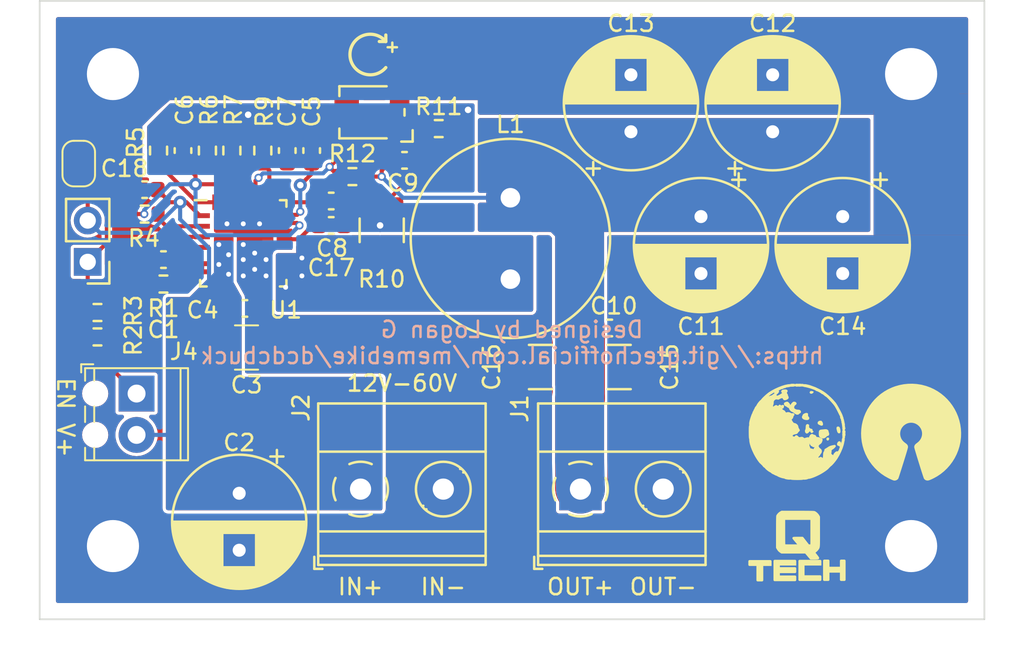
<source format=kicad_pcb>
(kicad_pcb (version 20211014) (generator pcbnew)

  (general
    (thickness 1.6)
  )

  (paper "A4")
  (layers
    (0 "F.Cu" signal)
    (31 "B.Cu" signal)
    (32 "B.Adhes" user "B.Adhesive")
    (33 "F.Adhes" user "F.Adhesive")
    (34 "B.Paste" user)
    (35 "F.Paste" user)
    (36 "B.SilkS" user "B.Silkscreen")
    (37 "F.SilkS" user "F.Silkscreen")
    (38 "B.Mask" user)
    (39 "F.Mask" user)
    (40 "Dwgs.User" user "User.Drawings")
    (41 "Cmts.User" user "User.Comments")
    (42 "Eco1.User" user "User.Eco1")
    (43 "Eco2.User" user "User.Eco2")
    (44 "Edge.Cuts" user)
    (45 "Margin" user)
    (46 "B.CrtYd" user "B.Courtyard")
    (47 "F.CrtYd" user "F.Courtyard")
    (48 "B.Fab" user)
    (49 "F.Fab" user)
    (50 "User.1" user)
    (51 "User.2" user)
    (52 "User.3" user)
    (53 "User.4" user)
    (54 "User.5" user)
    (55 "User.6" user)
    (56 "User.7" user)
    (57 "User.8" user)
    (58 "User.9" user)
  )

  (setup
    (stackup
      (layer "F.SilkS" (type "Top Silk Screen"))
      (layer "F.Paste" (type "Top Solder Paste"))
      (layer "F.Mask" (type "Top Solder Mask") (thickness 0.01))
      (layer "F.Cu" (type "copper") (thickness 0.035))
      (layer "dielectric 1" (type "core") (thickness 1.51) (material "FR4") (epsilon_r 4.5) (loss_tangent 0.02))
      (layer "B.Cu" (type "copper") (thickness 0.035))
      (layer "B.Mask" (type "Bottom Solder Mask") (thickness 0.01))
      (layer "B.Paste" (type "Bottom Solder Paste"))
      (layer "B.SilkS" (type "Bottom Silk Screen"))
      (copper_finish "None")
      (dielectric_constraints no)
    )
    (pad_to_mask_clearance 0)
    (pcbplotparams
      (layerselection 0x00010fc_ffffffff)
      (disableapertmacros false)
      (usegerberextensions false)
      (usegerberattributes true)
      (usegerberadvancedattributes true)
      (creategerberjobfile true)
      (svguseinch false)
      (svgprecision 6)
      (excludeedgelayer true)
      (plotframeref false)
      (viasonmask false)
      (mode 1)
      (useauxorigin false)
      (hpglpennumber 1)
      (hpglpenspeed 20)
      (hpglpendiameter 15.000000)
      (dxfpolygonmode true)
      (dxfimperialunits true)
      (dxfusepcbnewfont true)
      (psnegative false)
      (psa4output false)
      (plotreference true)
      (plotvalue true)
      (plotinvisibletext false)
      (sketchpadsonfab false)
      (subtractmaskfromsilk false)
      (outputformat 1)
      (mirror false)
      (drillshape 0)
      (scaleselection 1)
      (outputdirectory "outputs/gerber/")
    )
  )

  (net 0 "")
  (net 1 "Net-(C1-Pad2)")
  (net 2 "VCC")
  (net 3 "GND")
  (net 4 "Net-(C5-Pad2)")
  (net 5 "Net-(C6-Pad2)")
  (net 6 "Net-(C7-Pad1)")
  (net 7 "/VOUT/VSNS")
  (net 8 "Net-(C8-Pad2)")
  (net 9 "/VOUT/VOUT+")
  (net 10 "unconnected-(U1-Pad15)")
  (net 11 "Net-(C17-Pad2)")
  (net 12 "Net-(R1-Pad1)")
  (net 13 "Net-(C1-Pad1)")
  (net 14 "/VOUT/SW")
  (net 15 "Net-(R2-Pad1)")
  (net 16 "Net-(R4-Pad2)")
  (net 17 "Net-(R5-Pad2)")
  (net 18 "Net-(R6-Pad2)")
  (net 19 "Net-(R7-Pad2)")
  (net 20 "Net-(R9-Pad1)")
  (net 21 "Net-(R11-Pad2)")
  (net 22 "/VOUT/VFB")
  (net 23 "Net-(J3-Pad1)")

  (footprint "LOGO" (layer "F.Cu") (at 168.8 113.2264))

  (footprint "TerminalBlock_Phoenix:TerminalBlock_Phoenix_MPT-0,5-2-2.54_1x02_P2.54mm_Horizontal" (layer "F.Cu") (at 128.25 103.63 -90))

  (footprint "MountingHole:MountingHole_3.2mm_M3_Pad" (layer "F.Cu") (at 175.8 113))

  (footprint "LOGO" (layer "F.Cu") (at 168.8 106 180))

  (footprint "Resistor_SMD:R_0603_1608Metric" (layer "F.Cu") (at 134.1 88.7 -90))

  (footprint "Resistor_SMD:R_0603_1608Metric" (layer "F.Cu") (at 132.6 88.7 -90))

  (footprint "Capacitor_SMD:C_1210_3225Metric" (layer "F.Cu") (at 135 100.8))

  (footprint "Resistor_SMD:R_0603_1608Metric" (layer "F.Cu") (at 125.85 98.65 180))

  (footprint "TerminalBlock_Phoenix:TerminalBlock_Phoenix_MKDS-1,5-2-5.08_1x02_P5.08mm_Horizontal" (layer "F.Cu") (at 155.5 109.5))

  (footprint "SiC46x:Vishay_PowerPAK_MLP55-27L_R" (layer "F.Cu") (at 134.8 94.4))

  (footprint "TerminalBlock_Phoenix:TerminalBlock_Phoenix_MKDS-1,5-2-5.08_1x02_P5.08mm_Horizontal" (layer "F.Cu") (at 142 109.5))

  (footprint "Resistor_SMD:R_0603_1608Metric" (layer "F.Cu") (at 141.5 90.3))

  (footprint "MountingHole:MountingHole_3.2mm_M3_Pad" (layer "F.Cu") (at 126.8 113))

  (footprint "Capacitor_THT:CP_Radial_D8.0mm_P3.50mm" (layer "F.Cu") (at 171.6 92.755599 -90))

  (footprint "Capacitor_SMD:C_0603_1608Metric" (layer "F.Cu") (at 128.745138 91.101831 180))

  (footprint "Inductor_THT:L_Radial_D12.0mm_P5.00mm_Neosid_SD12_style2" (layer "F.Cu") (at 151.2 96.6 90))

  (footprint "Capacitor_SMD:C_0603_1608Metric" (layer "F.Cu") (at 129.9 95.4 180))

  (footprint "Capacitor_THT:CP_Radial_D8.0mm_P3.50mm" (layer "F.Cu") (at 162.9 92.755599 -90))

  (footprint "Resistor_SMD:R_0603_1608Metric" (layer "F.Cu") (at 136 88.7 90))

  (footprint "Capacitor_SMD:C_0603_1608Metric" (layer "F.Cu") (at 134.9 98.4))

  (footprint "Capacitor_THT:CP_Radial_D8.0mm_P3.50mm" (layer "F.Cu") (at 167.3 87.544401 90))

  (footprint "Resistor_SMD:R_0603_1608Metric" (layer "F.Cu") (at 125.85 100.15 180))

  (footprint "Resistor_SMD:R_0603_1608Metric" (layer "F.Cu") (at 129.6 88.7 -90))

  (footprint "Resistor_SMD:R_0603_1608Metric" (layer "F.Cu") (at 128.745138 92.601831))

  (footprint "Connector_PinHeader_2.54mm:PinHeader_1x02_P2.54mm_Vertical" (layer "F.Cu")
    (tedit 59FED5CC) (tstamp 9694c74e-8aef-4e58-8128-d9929666360a)
    (at 125.25 95.54 180)
    (descr "Through hole straight pin header, 1x02, 2.54mm pitch, single row")
    (tags "Through hole pin header THT 1x02 2.54mm single row")
    (property "LCSC" "C213465")
    (property "Sheetfile" "dcdcbuck.kicad_sch")
    (property "Sheetname" "")
    (path "/f0635c1e-dd61-48cb-8452-797ac0cd2e5b")
    (attr through_hole)
    (fp_text reference "J3" (at 0 4.975 unlocked) (layer "F.SilkS") hide
      (effects (font (size 1 1) (thickness 0.153)))
      (tstamp 08dd4cf4-678e-4a26-bcc5-370b89a2b9e7)
    )
    (fp_text value "Conn_01x02" (at 0 4.87) (layer "F.Fab")
      (effects (font (size 1 1) (thickness 0.15)))
      (tstamp 12432741-e88b-464d-ab01-e538aabb9934)
    )
    (fp_text user "${REFERENCE}" (at 0 1.27 90) (layer "F.Fab")
      (effects (font (size 1 1) (thickness 0.15)))
      (tstamp cc451fc6-5031-40bf-9222-068fdaba7785)
    )
    (fp_line (start -1.33 3.87) (end 1.33 3.87) (layer "F.SilkS") (width 0.153) (tstamp 45f4153a-393a-4512-b963-71ff950c5b5a))
    (fp_line (start -1.33 -1.33) (end 0 -1.33) (layer "F.SilkS") (width 0.153) (tstamp 56bec6a9-f4b3-435b-9dbd-4d7c945f3907))
    (fp_line (start 1.33 1.27) (end 1.33 3.87) (layer "F.SilkS") (width 0.153) (tstamp 5a89894e-bf4f-4810-88c2-1acd1c8d93e2))
    (fp_line (start -1.33 0) (end -1.33 -1.33) (layer "F.SilkS") (width 0.153) (tstamp 9bdd9e45-87da-46f5-813c-9c8835d49c01
... [230763 chars truncated]
</source>
